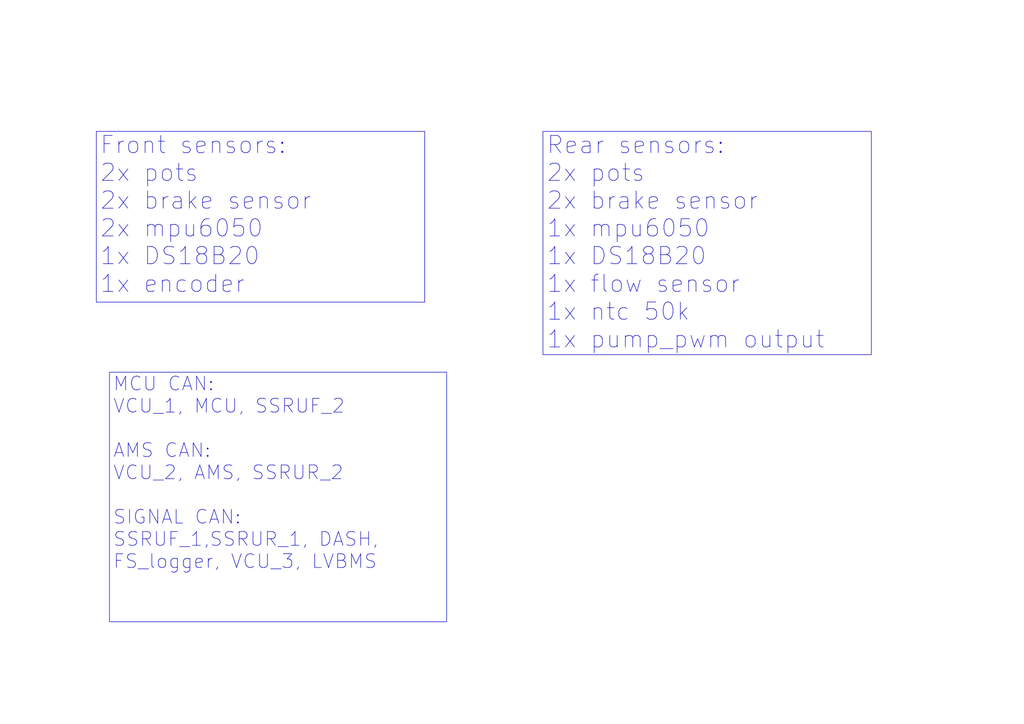
<source format=kicad_sch>
(kicad_sch
	(version 20250114)
	(generator "eeschema")
	(generator_version "9.0")
	(uuid "b512c49e-c705-4955-9085-496a1a966337")
	(paper "A4")
	(lib_symbols)
	(text_box "Front sensors:\n2x pots\n2x brake sensor\n2x mpu6050\n1x DS18B20\n1x encoder\n"
		(exclude_from_sim no)
		(at 27.94 38.1 0)
		(size 95.25 49.53)
		(margins 0.9525 0.9525 0.9525 0.9525)
		(stroke
			(width 0)
			(type solid)
		)
		(fill
			(type none)
		)
		(effects
			(font
				(size 5 5)
			)
			(justify left top)
		)
		(uuid "175f6eac-d234-43e7-9114-b9399270f5f5")
	)
	(text_box "Rear sensors:\n2x pots\n2x brake sensor\n1x mpu6050\n1x DS18B20\n1x flow sensor\n1x ntc 50k\n1x pump_pwm output\n"
		(exclude_from_sim no)
		(at 157.48 38.1 0)
		(size 95.25 64.77)
		(margins 0.9525 0.9525 0.9525 0.9525)
		(stroke
			(width 0)
			(type solid)
		)
		(fill
			(type none)
		)
		(effects
			(font
				(size 5 5)
			)
			(justify left top)
		)
		(uuid "873d5618-cc2a-496b-a8e2-3114d6f8346f")
	)
	(text_box "MCU CAN:\nVCU_1, MCU, SSRUF_2\n\nAMS CAN:\nVCU_2, AMS, SSRUR_2\n\nSIGNAL CAN:\nSSRUF_1,SSRUR_1, DASH, FS_logger, VCU_3, LVBMS\n\n\n\n\n\n\n\n\n\n\n\n\n\n\n\n\n\n\n\n\n\n\n\n\n\n\n\n\n\n\n\n\n\n\n\n\n\n\n\n\n\n\n\n\n\n\n\n\n\n\n\n\n\n\n\n\n\n\n\n\n\n\n\n\n\n\n\n\n\n\n\n\n\n\n\n\n\n\n\n\n\n\n\n\n\n\n\n\n\n\n\n\n\n\n\n\n\n\n\n"
		(exclude_from_sim no)
		(at 31.75 107.95 0)
		(size 97.79 72.39)
		(margins 0.9525 0.9525 0.9525 0.9525)
		(stroke
			(width 0)
			(type solid)
		)
		(fill
			(type none)
		)
		(effects
			(font
				(size 4 4)
			)
			(justify left top)
		)
		(uuid "ee5d741a-49f2-426b-9617-b08094baa6a7")
	)
)

</source>
